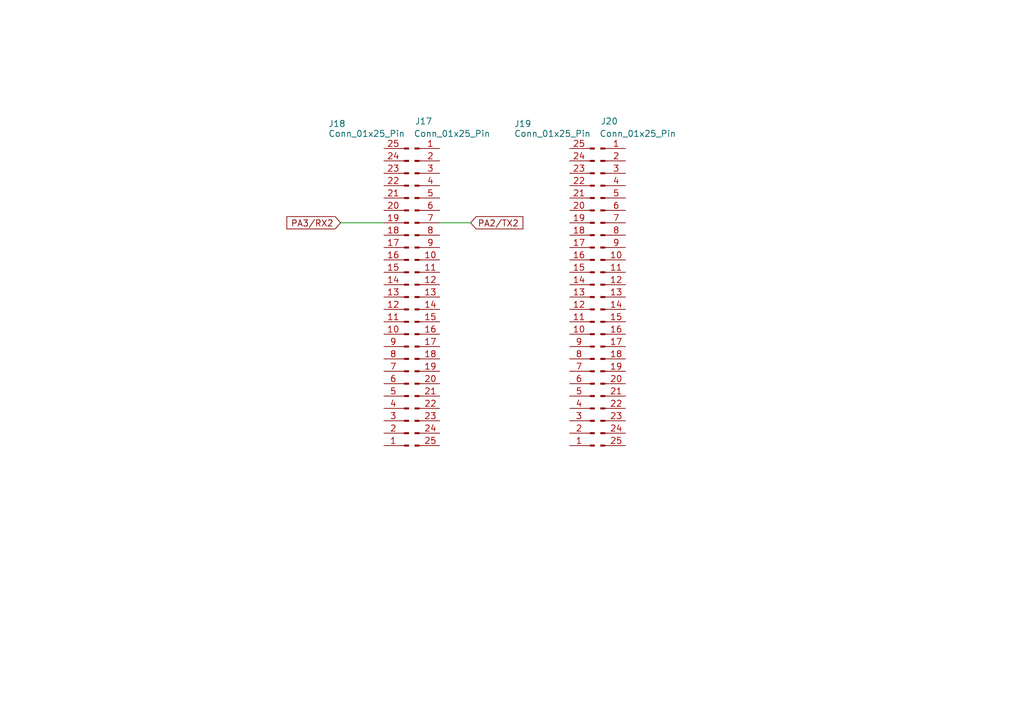
<source format=kicad_sch>
(kicad_sch (version 20231120) (generator "eeschema") (generator_version "8.0")
  (paper "A5")
  (title_block (title "ESP32") (date "2024-04-24") (company "UPV") (comment 1 "Hazan Justine"))
  (lib_symbols
    (symbol "Connector:Conn_01x25_Pin" (pin_names (offset 1.016) hide)
      (property "Reference" "J" (at 0 33.02 0))
      (property "Value" "Conn_01x25_Pin" (at 0 -33.02 0))
      (symbol "Conn_01x25_Pin_1_1"
        (polyline (pts (xy 1.27 -30.48) (xy 0.8636 -30.48)) (stroke (width 0.1524)))
        (polyline (pts (xy 1.27 -27.94) (xy 0.8636 -27.94)) (stroke (width 0.1524)))
        (polyline (pts (xy 1.27 -25.4) (xy 0.8636 -25.4)) (stroke (width 0.1524)))
        (polyline (pts (xy 1.27 -22.86) (xy 0.8636 -22.86)) (stroke (width 0.1524)))
        (polyline (pts (xy 1.27 -20.32) (xy 0.8636 -20.32)) (stroke (width 0.1524)))
        (polyline (pts (xy 1.27 -17.78) (xy 0.8636 -17.78)) (stroke (width 0.1524)))
        (polyline (pts (xy 1.27 -15.24) (xy 0.8636 -15.24)) (stroke (width 0.1524)))
        (polyline (pts (xy 1.27 -12.7) (xy 0.8636 -12.7)) (stroke (width 0.1524)))
        (polyline (pts (xy 1.27 -10.16) (xy 0.8636 -10.16)) (stroke (width 0.1524)))
        (polyline (pts (xy 1.27 -7.62) (xy 0.8636 -7.62)) (stroke (width 0.1524)))
        (polyline (pts (xy 1.27 -5.08) (xy 0.8636 -5.08)) (stroke (width 0.1524)))
        (polyline (pts (xy 1.27 -2.54) (xy 0.8636 -2.54)) (stroke (width 0.1524)))
        (polyline (pts (xy 1.27 0) (xy 0.8636 0)) (stroke (width 0.1524)))
        (polyline (pts (xy 1.27 2.54) (xy 0.8636 2.54)) (stroke (width 0.1524)))
        (polyline (pts (xy 1.27 5.08) (xy 0.8636 5.08)) (stroke (width 0.1524)))
        (polyline (pts (xy 1.27 7.62) (xy 0.8636 7.62)) (stroke (width 0.1524)))
        (polyline (pts (xy 1.27 10.16) (xy 0.8636 10.16)) (stroke (width 0.1524)))
        (polyline (pts (xy 1.27 12.7) (xy 0.8636 12.7)) (stroke (width 0.1524)))
        (polyline (pts (xy 1.27 15.24) (xy 0.8636 15.24)) (stroke (width 0.1524)))
        (polyline (pts (xy 1.27 17.78) (xy 0.8636 17.78)) (stroke (width 0.1524)))
        (polyline (pts (xy 1.27 20.32) (xy 0.8636 20.32)) (stroke (width 0.1524)))
        (polyline (pts (xy 1.27 22.86) (xy 0.8636 22.86)) (stroke (width 0.1524)))
        (polyline (pts (xy 1.27 25.4) (xy 0.8636 25.4)) (stroke (width 0.1524)))
        (polyline (pts (xy 1.27 27.94) (xy 0.8636 27.94)) (stroke (width 0.1524)))
        (polyline (pts (xy 1.27 30.48) (xy 0.8636 30.48)) (stroke (width 0.1524)))
        (rectangle (start 0.8636 -30.353) (end 0 -30.607) (stroke (width 0.1524)) (fill (type outline)))
        (rectangle (start 0.8636 -27.813) (end 0 -28.067) (stroke (width 0.1524)) (fill (type outline)))
        (rectangle (start 0.8636 -25.273) (end 0 -25.527) (stroke (width 0.1524)) (fill (type outline)))
        (rectangle (start 0.8636 -22.733) (end 0 -22.987) (stroke (width 0.1524)) (fill (type outline)))
        (rectangle (start 0.8636 -20.193) (end 0 -20.447) (stroke (width 0.1524)) (fill (type outline)))
        (rectangle (start 0.8636 -17.653) (end 0 -17.907) (stroke (width 0.1524)) (fill (type outline)))
        (rectangle (start 0.8636 -15.113) (end 0 -15.367) (stroke (width 0.1524)) (fill (type outline)))
        (rectangle (start 0.8636 -12.573) (end 0 -12.827) (stroke (width 0.1524)) (fill (type outline)))
        (rectangle (start 0.8636 -10.033) (end 0 -10.287) (stroke (width 0.1524)) (fill (type outline)))
        (rectangle (start 0.8636 -7.493) (end 0 -7.747) (stroke (width 0.1524)) (fill (type outline)))
        (rectangle (start 0.8636 -4.953) (end 0 -5.207) (stroke (width 0.1524)) (fill (type outline)))
        (rectangle (start 0.8636 -2.413) (end 0 -2.667) (stroke (width 0.1524)) (fill (type outline)))
        (rectangle (start 0.8636 0.127) (end 0 -0.127) (stroke (width 0.1524)) (fill (type outline)))
        (rectangle (start 0.8636 2.667) (end 0 2.413) (stroke (width 0.1524)) (fill (type outline)))
        (rectangle (start 0.8636 5.207) (end 0 4.953) (stroke (width 0.1524)) (fill (type outline)))
        (rectangle (start 0.8636 7.747) (end 0 7.493) (stroke (width 0.1524)) (fill (type outline)))
        (rectangle (start 0.8636 10.287) (end 0 10.033) (stroke (width 0.1524)) (fill (type outline)))
        (rectangle (start 0.8636 12.827) (end 0 12.573) (stroke (width 0.1524)) (fill (type outline)))
        (rectangle (start 0.8636 15.367) (end 0 15.113) (stroke (width 0.1524)) (fill (type outline)))
        (rectangle (start 0.8636 17.907) (end 0 17.653) (stroke (width 0.1524)) (fill (type outline)))
        (rectangle (start 0.8636 20.447) (end 0 20.193) (stroke (width 0.1524)) (fill (type outline)))
        (rectangle (start 0.8636 22.987) (end 0 22.733) (stroke (width 0.1524)) (fill (type outline)))
        (rectangle (start 0.8636 25.527) (end 0 25.273) (stroke (width 0.1524)) (fill (type outline)))
        (rectangle (start 0.8636 28.067) (end 0 27.813) (stroke (width 0.1524)) (fill (type outline)))
        (rectangle (start 0.8636 30.607) (end 0 30.353) (stroke (width 0.1524)) (fill (type outline)))
        (pin passive line (at 5.08 30.48 180) (length 3.81) (name "Pin_1") (number "1"))
        (pin passive line (at 5.08 7.62 180) (length 3.81) (name "Pin_10") (number "10"))
        (pin passive line (at 5.08 5.08 180) (length 3.81) (name "Pin_11") (number "11"))
        (pin passive line (at 5.08 2.54 180) (length 3.81) (name "Pin_12") (number "12"))
        (pin passive line (at 5.08 0 180) (length 3.81) (name "Pin_13") (number "13"))
        (pin passive line (at 5.08 -2.54 180) (length 3.81) (name "Pin_14") (number "14"))
        (pin passive line (at 5.08 -5.08 180) (length 3.81) (name "Pin_15") (number "15"))
        (pin passive line (at 5.08 -7.62 180) (length 3.81) (name "Pin_16") (number "16"))
        (pin passive line (at 5.08 -10.16 180) (length 3.81) (name "Pin_17") (number "17"))
        (pin passive line (at 5.08 -12.7 180) (length 3.81) (name "Pin_18") (number "18"))
        (pin passive line (at 5.08 -15.24 180) (length 3.81) (name "Pin_19") (number "19"))
        (pin passive line (at 5.08 27.94 180) (length 3.81) (name "Pin_2") (number "2"))
        (pin passive line (at 5.08 -17.78 180) (length 3.81) (name "Pin_20") (number "20"))
        (pin passive line (at 5.08 -20.32 180) (length 3.81) (name "Pin_21") (number "21"))
        (pin passive line (at 5.08 -22.86 180) (length 3.81) (name "Pin_22") (number "22"))
        (pin passive line (at 5.08 -25.4 180) (length 3.81) (name "Pin_23") (number "23"))
        (pin passive line (at 5.08 -27.94 180) (length 3.81) (name "Pin_24") (number "24"))
        (pin passive line (at 5.08 -30.48 180) (length 3.81) (name "Pin_25") (number "25"))
        (pin passive line (at 5.08 25.4 180) (length 3.81) (name "Pin_3") (number "3"))
        (pin passive line (at 5.08 22.86 180) (length 3.81) (name "Pin_4") (number "4"))
        (pin passive line (at 5.08 20.32 180) (length 3.81) (name "Pin_5") (number "5"))
        (pin passive line (at 5.08 17.78 180) (length 3.81) (name "Pin_6") (number "6"))
        (pin passive line (at 5.08 15.24 180) (length 3.81) (name "Pin_7") (number "7"))
        (pin passive line (at 5.08 12.7 180) (length 3.81) (name "Pin_8") (number "8"))
        (pin passive line (at 5.08 10.16 180) (length 3.81) (name "Pin_9") (number "9"))
      )
    )
  )
  (wire (pts (xy 90.17 45.72) (xy 96.52 45.72)))
  (wire (pts (xy 69.85 45.72) (xy 78.74 45.72)))
  (global_label "PA3{slash}RX2" (shape input) (at 69.85 45.72 180) (property "Intersheetrefs" "${INTERSHEET_REFS}" (effects (hide yes))))
  (global_label "PA2{slash}TX2" (shape input) (at 96.52 45.72 0) (property "Intersheetrefs" "${INTERSHEET_REFS}" (effects (hide yes))))
  (symbol (lib_id "Connector:Conn_01x25_Pin") (at 121.92 60.96 180) (unit 1)
    (property "Reference" "J19" (at 105.41 25.4 0) (effects (justify right)))
    (property "Value" "Conn_01x25_Pin" (at 105.41 27.432 0) (effects (justify right)))
    (property "Description" "Generic connector, single row, 01x25, script generated" (effects (hide yes)))
  )
  (symbol (lib_id "Connector:Conn_01x25_Pin") (at 123.19 60.96 0) (unit 1)
    (property "Reference" "J20" (at 124.968 24.892 0))
    (property "Value" "Conn_01x25_Pin" (at 130.81 27.432 0))
    (property "Description" "Generic connector, single row, 01x25, script generated" (effects (hide yes)))
  )
  (symbol (lib_id "Connector:Conn_01x25_Pin") (at 83.82 60.96 180) (unit 1)
    (property "Reference" "J18" (at 67.31 25.4 0) (effects (justify right)))
    (property "Value" "Conn_01x25_Pin" (at 67.31 27.432 0) (effects (justify right)))
    (property "Description" "Generic connector, single row, 01x25, script generated" (effects (hide yes)))
  )
  (symbol (lib_id "Connector:Conn_01x25_Pin") (at 85.09 60.96 0) (unit 1)
    (property "Reference" "J17" (at 86.868 24.892 0))
    (property "Value" "Conn_01x25_Pin" (at 92.71 27.432 0))
    (property "Description" "Generic connector, single row, 01x25, script generated" (effects (hide yes)))
  )
)
</source>
